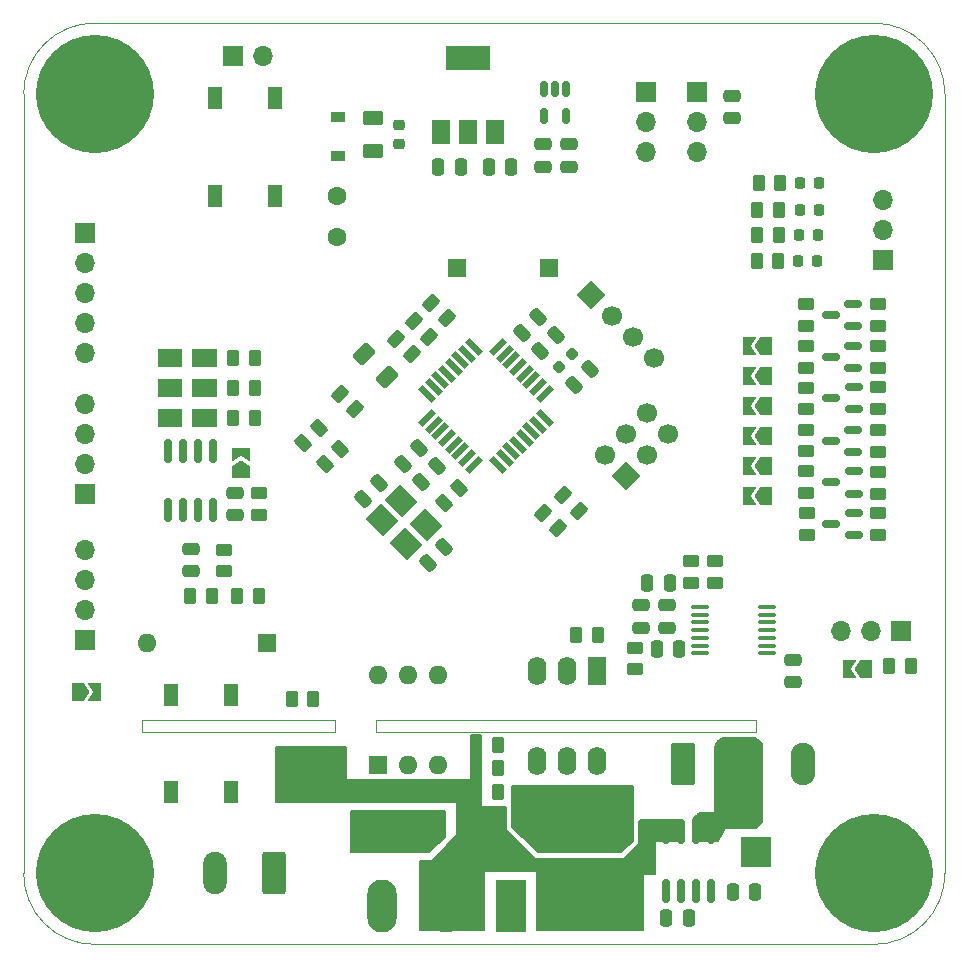
<source format=gts>
%TF.GenerationSoftware,KiCad,Pcbnew,(6.0.1)*%
%TF.CreationDate,2022-01-24T11:40:52+04:00*%
%TF.ProjectId,BEEIRON v0.0,42454549-524f-44e2-9076-302e302e6b69,rev?*%
%TF.SameCoordinates,Original*%
%TF.FileFunction,Soldermask,Top*%
%TF.FilePolarity,Negative*%
%FSLAX46Y46*%
G04 Gerber Fmt 4.6, Leading zero omitted, Abs format (unit mm)*
G04 Created by KiCad (PCBNEW (6.0.1)) date 2022-01-24 11:40:52*
%MOMM*%
%LPD*%
G01*
G04 APERTURE LIST*
G04 Aperture macros list*
%AMRoundRect*
0 Rectangle with rounded corners*
0 $1 Rounding radius*
0 $2 $3 $4 $5 $6 $7 $8 $9 X,Y pos of 4 corners*
0 Add a 4 corners polygon primitive as box body*
4,1,4,$2,$3,$4,$5,$6,$7,$8,$9,$2,$3,0*
0 Add four circle primitives for the rounded corners*
1,1,$1+$1,$2,$3*
1,1,$1+$1,$4,$5*
1,1,$1+$1,$6,$7*
1,1,$1+$1,$8,$9*
0 Add four rect primitives between the rounded corners*
20,1,$1+$1,$2,$3,$4,$5,0*
20,1,$1+$1,$4,$5,$6,$7,0*
20,1,$1+$1,$6,$7,$8,$9,0*
20,1,$1+$1,$8,$9,$2,$3,0*%
%AMHorizOval*
0 Thick line with rounded ends*
0 $1 width*
0 $2 $3 position (X,Y) of the first rounded end (center of the circle)*
0 $4 $5 position (X,Y) of the second rounded end (center of the circle)*
0 Add line between two ends*
20,1,$1,$2,$3,$4,$5,0*
0 Add two circle primitives to create the rounded ends*
1,1,$1,$2,$3*
1,1,$1,$4,$5*%
%AMRotRect*
0 Rectangle, with rotation*
0 The origin of the aperture is its center*
0 $1 length*
0 $2 width*
0 $3 Rotation angle, in degrees counterclockwise*
0 Add horizontal line*
21,1,$1,$2,0,0,$3*%
%AMFreePoly0*
4,1,6,1.000000,0.000000,0.500000,-0.750000,-0.500000,-0.750000,-0.500000,0.750000,0.500000,0.750000,1.000000,0.000000,1.000000,0.000000,$1*%
%AMFreePoly1*
4,1,6,0.500000,-0.750000,-0.650000,-0.750000,-0.150000,0.000000,-0.650000,0.750000,0.500000,0.750000,0.500000,-0.750000,0.500000,-0.750000,$1*%
G04 Aperture macros list end*
%ADD10C,0.150000*%
%TA.AperFunction,Profile*%
%ADD11C,0.100000*%
%TD*%
%ADD12RoundRect,0.250000X0.262500X0.450000X-0.262500X0.450000X-0.262500X-0.450000X0.262500X-0.450000X0*%
%ADD13RoundRect,0.250000X-0.262500X-0.450000X0.262500X-0.450000X0.262500X0.450000X-0.262500X0.450000X0*%
%ADD14R,1.500000X2.000000*%
%ADD15R,3.800000X2.000000*%
%ADD16RoundRect,0.150000X0.587500X0.150000X-0.587500X0.150000X-0.587500X-0.150000X0.587500X-0.150000X0*%
%ADD17RoundRect,0.250000X0.450000X-0.262500X0.450000X0.262500X-0.450000X0.262500X-0.450000X-0.262500X0*%
%ADD18C,1.600000*%
%ADD19RoundRect,0.250000X0.250000X0.475000X-0.250000X0.475000X-0.250000X-0.475000X0.250000X-0.475000X0*%
%ADD20C,2.000000*%
%ADD21R,1.700000X1.700000*%
%ADD22O,1.700000X1.700000*%
%ADD23RoundRect,0.250000X-0.450000X0.262500X-0.450000X-0.262500X0.450000X-0.262500X0.450000X0.262500X0*%
%ADD24R,1.500000X1.500000*%
%ADD25FreePoly0,0.000000*%
%ADD26FreePoly0,180.000000*%
%ADD27RoundRect,0.250000X-0.475000X0.250000X-0.475000X-0.250000X0.475000X-0.250000X0.475000X0.250000X0*%
%ADD28RoundRect,0.150000X-0.150000X0.512500X-0.150000X-0.512500X0.150000X-0.512500X0.150000X0.512500X0*%
%ADD29C,0.900000*%
%ADD30C,10.000000*%
%ADD31C,2.400000*%
%ADD32HorizOval,2.400000X0.000000X0.000000X0.000000X0.000000X0*%
%ADD33R,1.600000X1.600000*%
%ADD34O,1.600000X1.600000*%
%ADD35RoundRect,0.249999X-0.790001X-1.550001X0.790001X-1.550001X0.790001X1.550001X-0.790001X1.550001X0*%
%ADD36O,2.080000X3.600000*%
%ADD37R,2.500000X2.500000*%
%ADD38RoundRect,0.250000X-0.503814X-0.132583X-0.132583X-0.503814X0.503814X0.132583X0.132583X0.503814X0*%
%ADD39RotRect,1.700000X1.700000X135.000000*%
%ADD40HorizOval,1.700000X0.000000X0.000000X0.000000X0.000000X0*%
%ADD41FreePoly1,180.000000*%
%ADD42RoundRect,0.250000X-0.159099X0.512652X-0.512652X0.159099X0.159099X-0.512652X0.512652X-0.159099X0*%
%ADD43RoundRect,0.218750X0.218750X0.256250X-0.218750X0.256250X-0.218750X-0.256250X0.218750X-0.256250X0*%
%ADD44RoundRect,0.250000X0.475000X-0.250000X0.475000X0.250000X-0.475000X0.250000X-0.475000X-0.250000X0*%
%ADD45RoundRect,0.250000X-0.625000X0.375000X-0.625000X-0.375000X0.625000X-0.375000X0.625000X0.375000X0*%
%ADD46FreePoly1,0.000000*%
%ADD47RotRect,1.600000X0.550000X45.000000*%
%ADD48RotRect,1.600000X0.550000X135.000000*%
%ADD49RoundRect,0.218750X-0.256250X0.218750X-0.256250X-0.218750X0.256250X-0.218750X0.256250X0.218750X0*%
%ADD50RoundRect,0.250000X-0.250000X-0.475000X0.250000X-0.475000X0.250000X0.475000X-0.250000X0.475000X0*%
%ADD51RoundRect,0.250000X0.503814X0.132583X0.132583X0.503814X-0.503814X-0.132583X-0.132583X-0.503814X0*%
%ADD52RoundRect,0.150000X-0.150000X0.825000X-0.150000X-0.825000X0.150000X-0.825000X0.150000X0.825000X0*%
%ADD53R,1.600000X2.400000*%
%ADD54O,1.600000X2.400000*%
%ADD55RoundRect,0.250000X0.159099X-0.512652X0.512652X-0.159099X-0.159099X0.512652X-0.512652X0.159099X0*%
%ADD56R,2.500000X4.500000*%
%ADD57O,2.500000X4.500000*%
%ADD58R,1.200000X1.900000*%
%ADD59RoundRect,0.250000X0.132583X-0.503814X0.503814X-0.132583X-0.132583X0.503814X-0.503814X0.132583X0*%
%ADD60RotRect,2.100000X1.800000X315.000000*%
%ADD61RoundRect,0.218750X-0.026517X0.335876X-0.335876X0.026517X0.026517X-0.335876X0.335876X-0.026517X0*%
%ADD62RoundRect,0.250000X-0.707107X-0.176777X-0.176777X-0.707107X0.707107X0.176777X0.176777X0.707107X0*%
%ADD63RoundRect,0.250000X0.750000X1.550000X-0.750000X1.550000X-0.750000X-1.550000X0.750000X-1.550000X0*%
%ADD64O,2.000000X3.600000*%
%ADD65FreePoly0,90.000000*%
%ADD66FreePoly1,90.000000*%
%ADD67C,1.800000*%
%ADD68R,1.200000X0.900000*%
%ADD69RotRect,1.700000X1.700000X45.000000*%
%ADD70HorizOval,1.700000X0.000000X0.000000X0.000000X0.000000X0*%
%ADD71RoundRect,0.100000X-0.637500X-0.100000X0.637500X-0.100000X0.637500X0.100000X-0.637500X0.100000X0*%
G04 APERTURE END LIST*
D10*
X164951365Y-118554089D02*
X165227000Y-118745000D01*
X165227000Y-118745000D02*
X165481000Y-118999000D01*
X165481000Y-118999000D02*
X165481000Y-119380000D01*
X165481000Y-119380000D02*
X165481000Y-125603000D01*
X165481000Y-125603000D02*
X164973071Y-126111000D01*
X164973071Y-126111000D02*
X162397085Y-126109560D01*
X162397085Y-126109560D02*
X161798000Y-127254000D01*
X161798000Y-127254000D02*
X159639000Y-127254000D01*
X159639000Y-127254000D02*
X159639000Y-125603000D01*
X159639000Y-125603000D02*
X159639578Y-125513337D01*
X159639578Y-125513337D02*
X159685592Y-125509814D01*
X159685592Y-125509814D02*
X159715673Y-125422465D01*
X159715673Y-125422465D02*
X159778147Y-125300408D01*
X159778147Y-125300408D02*
X159903075Y-125136743D01*
X159903075Y-125136743D02*
X160044585Y-125018134D01*
X160044585Y-125018134D02*
X160268126Y-124895280D01*
X160268126Y-124895280D02*
X160528000Y-124841000D01*
X160528000Y-124841000D02*
X161544000Y-124841000D01*
X161544000Y-124841000D02*
X161545999Y-119451971D01*
X161545999Y-119451971D02*
X161556994Y-119327021D01*
X161556994Y-119327021D02*
X161608211Y-119136191D01*
X161608211Y-119136191D02*
X161722213Y-118908187D01*
X161722213Y-118908187D02*
X161937781Y-118705056D01*
X161937781Y-118705056D02*
X162169931Y-118568253D01*
X162169931Y-118568253D02*
X162560000Y-118491000D01*
X162560000Y-118491000D02*
X164719000Y-118491000D01*
X164719000Y-118491000D02*
X164951365Y-118554089D01*
G36*
X164951365Y-118554089D02*
G01*
X165227000Y-118745000D01*
X165481000Y-118999000D01*
X165481000Y-125603000D01*
X164973071Y-126111000D01*
X162397085Y-126109560D01*
X161798000Y-127254000D01*
X159639000Y-127254000D01*
X159639000Y-125603000D01*
X159639578Y-125513337D01*
X159685592Y-125509814D01*
X159715673Y-125422465D01*
X159778147Y-125300408D01*
X159903075Y-125136743D01*
X160044585Y-125018134D01*
X160268126Y-124895280D01*
X160528000Y-124841000D01*
X161544000Y-124841000D01*
X161545999Y-119451971D01*
X161556994Y-119327021D01*
X161608211Y-119136191D01*
X161722213Y-118908187D01*
X161937781Y-118705056D01*
X162169931Y-118568253D01*
X162560000Y-118491000D01*
X164719000Y-118491000D01*
X164951365Y-118554089D01*
G37*
X164951365Y-118554089D02*
X165227000Y-118745000D01*
X165481000Y-118999000D01*
X165481000Y-125603000D01*
X164973071Y-126111000D01*
X162397085Y-126109560D01*
X161798000Y-127254000D01*
X159639000Y-127254000D01*
X159639000Y-125603000D01*
X159639578Y-125513337D01*
X159685592Y-125509814D01*
X159715673Y-125422465D01*
X159778147Y-125300408D01*
X159903075Y-125136743D01*
X160044585Y-125018134D01*
X160268126Y-124895280D01*
X160528000Y-124841000D01*
X161544000Y-124841000D01*
X161545999Y-119451971D01*
X161556994Y-119327021D01*
X161608211Y-119136191D01*
X161722213Y-118908187D01*
X161937781Y-118705056D01*
X162169931Y-118568253D01*
X162560000Y-118491000D01*
X164719000Y-118491000D01*
X164951365Y-118554089D01*
X154609800Y-127279400D02*
X153593800Y-128193800D01*
X153593800Y-128193800D02*
X146583400Y-128193800D01*
X146583400Y-128193800D02*
X144348200Y-126085600D01*
X144348200Y-126085600D02*
X144348200Y-122631200D01*
X144348200Y-122631200D02*
X154609800Y-122631200D01*
X154609800Y-122631200D02*
X154609800Y-127279400D01*
G36*
X154609800Y-127279400D02*
G01*
X153593800Y-128193800D01*
X146583400Y-128193800D01*
X144348200Y-126085600D01*
X144348200Y-122631200D01*
X154609800Y-122631200D01*
X154609800Y-127279400D01*
G37*
X154609800Y-127279400D02*
X153593800Y-128193800D01*
X146583400Y-128193800D01*
X144348200Y-126085600D01*
X144348200Y-122631200D01*
X154609800Y-122631200D01*
X154609800Y-127279400D01*
X138684000Y-126873000D02*
X137287000Y-128143000D01*
X137287000Y-128143000D02*
X130683000Y-128143000D01*
X130683000Y-128143000D02*
X130683000Y-124714000D01*
X130683000Y-124714000D02*
X138684000Y-124714000D01*
X138684000Y-124714000D02*
X138684000Y-126873000D01*
G36*
X138684000Y-126873000D02*
G01*
X137287000Y-128143000D01*
X130683000Y-128143000D01*
X130683000Y-124714000D01*
X138684000Y-124714000D01*
X138684000Y-126873000D01*
G37*
X138684000Y-126873000D02*
X137287000Y-128143000D01*
X130683000Y-128143000D01*
X130683000Y-124714000D01*
X138684000Y-124714000D01*
X138684000Y-126873000D01*
X141722618Y-124333000D02*
X143814800Y-124333000D01*
X143814800Y-124333000D02*
X143814800Y-126314200D01*
X143814800Y-126314200D02*
X146278600Y-128778000D01*
X146278600Y-128778000D02*
X153787618Y-128778000D01*
X153787618Y-128778000D02*
X155057618Y-127518695D01*
X155057618Y-127518695D02*
X155057618Y-125613695D01*
X155057618Y-125613695D02*
X155184618Y-125486695D01*
X155184618Y-125486695D02*
X158740618Y-125486695D01*
X158740618Y-125486695D02*
X158867618Y-125613695D01*
X158867618Y-125613695D02*
X158867618Y-127264695D01*
X158867618Y-127264695D02*
X156454618Y-127264695D01*
X156454618Y-127264695D02*
X156454618Y-130058695D01*
X156454618Y-130058695D02*
X155438618Y-130058695D01*
X155438618Y-130058695D02*
X155438618Y-134757695D01*
X155438618Y-134757695D02*
X146421618Y-134757695D01*
X146421618Y-134757695D02*
X146421618Y-129804695D01*
X146421618Y-129804695D02*
X141976618Y-129804695D01*
X141976618Y-129804695D02*
X141976618Y-134757695D01*
X141976618Y-134757695D02*
X136515618Y-134757695D01*
X136515618Y-134757695D02*
X136515618Y-128915695D01*
X136515618Y-128915695D02*
X137531618Y-128915695D01*
X137531618Y-128915695D02*
X139700000Y-126746000D01*
X139700000Y-126746000D02*
X139690618Y-123962695D01*
X139690618Y-123962695D02*
X124323618Y-123962695D01*
X124323618Y-123962695D02*
X124323618Y-119263695D01*
X124323618Y-119263695D02*
X130292618Y-119263695D01*
X130292618Y-119263695D02*
X130292618Y-122057695D01*
X130292618Y-122057695D02*
X140833618Y-122057695D01*
X140833618Y-122057695D02*
X140833618Y-118247695D01*
X140833618Y-118247695D02*
X141722618Y-118247695D01*
X141722618Y-118247695D02*
X141722618Y-124333000D01*
G36*
X141722618Y-124333000D02*
G01*
X143814800Y-124333000D01*
X143814800Y-126314200D01*
X146278600Y-128778000D01*
X153787618Y-128778000D01*
X155057618Y-127518695D01*
X155057618Y-125613695D01*
X155184618Y-125486695D01*
X158740618Y-125486695D01*
X158867618Y-125613695D01*
X158867618Y-127264695D01*
X156454618Y-127264695D01*
X156454618Y-130058695D01*
X155438618Y-130058695D01*
X155438618Y-134757695D01*
X146421618Y-134757695D01*
X146421618Y-129804695D01*
X141976618Y-129804695D01*
X141976618Y-134757695D01*
X136515618Y-134757695D01*
X136515618Y-128915695D01*
X137531618Y-128915695D01*
X139700000Y-126746000D01*
X139690618Y-123962695D01*
X124323618Y-123962695D01*
X124323618Y-119263695D01*
X130292618Y-119263695D01*
X130292618Y-122057695D01*
X140833618Y-122057695D01*
X140833618Y-118247695D01*
X141722618Y-118247695D01*
X141722618Y-124333000D01*
G37*
X141722618Y-124333000D02*
X143814800Y-124333000D01*
X143814800Y-126314200D01*
X146278600Y-128778000D01*
X153787618Y-128778000D01*
X155057618Y-127518695D01*
X155057618Y-125613695D01*
X155184618Y-125486695D01*
X158740618Y-125486695D01*
X158867618Y-125613695D01*
X158867618Y-127264695D01*
X156454618Y-127264695D01*
X156454618Y-130058695D01*
X155438618Y-130058695D01*
X155438618Y-134757695D01*
X146421618Y-134757695D01*
X146421618Y-129804695D01*
X141976618Y-129804695D01*
X141976618Y-134757695D01*
X136515618Y-134757695D01*
X136515618Y-128915695D01*
X137531618Y-128915695D01*
X139700000Y-126746000D01*
X139690618Y-123962695D01*
X124323618Y-123962695D01*
X124323618Y-119263695D01*
X130292618Y-119263695D01*
X130292618Y-122057695D01*
X140833618Y-122057695D01*
X140833618Y-118247695D01*
X141722618Y-118247695D01*
X141722618Y-124333000D01*
D11*
X181000000Y-64000000D02*
G75*
G03*
X175000000Y-58000000I-5999999J1D01*
G01*
X181000000Y-130000000D02*
X181000000Y-64000000D01*
X103000000Y-64000000D02*
X103000000Y-130000000D01*
X109000000Y-58000000D02*
G75*
G03*
X103000000Y-64000000I-1J-5999999D01*
G01*
X132800000Y-117000000D02*
X165000000Y-117000000D01*
X129400000Y-117000000D02*
X113000000Y-117000000D01*
X132800000Y-117000000D02*
X132800000Y-118000000D01*
X113000000Y-117000000D02*
X113000000Y-118000000D01*
X165000000Y-118000000D02*
X132800000Y-118000000D01*
X103000000Y-130000000D02*
G75*
G03*
X109000000Y-136000000I5999999J-1D01*
G01*
X175000000Y-58000000D02*
X109000000Y-58000000D01*
X113000000Y-118000000D02*
X129400000Y-118000000D01*
X109000000Y-136000000D02*
X175000000Y-136000000D01*
X175000000Y-136000000D02*
G75*
G03*
X181000000Y-130000000I1J5999999D01*
G01*
X129400000Y-117000000D02*
X129400000Y-118000000D01*
X165000000Y-117000000D02*
X165000000Y-118000000D01*
D12*
%TO.C,R11*%
X122578500Y-88900000D03*
X120753500Y-88900000D03*
%TD*%
D13*
%TO.C,R42*%
X117087500Y-106500000D03*
X118912500Y-106500000D03*
%TD*%
D14*
%TO.C,U4*%
X138300000Y-67250000D03*
X140600000Y-67250000D03*
D15*
X140600000Y-60950000D03*
D14*
X142900000Y-67250000D03*
%TD*%
D16*
%TO.C,Q4*%
X173263282Y-97847436D03*
X173263282Y-95947436D03*
X171388282Y-96897436D03*
%TD*%
D17*
%TO.C,R23*%
X169290207Y-101327000D03*
X169290207Y-99502000D03*
%TD*%
D18*
%TO.C,C7*%
X129540000Y-72644000D03*
X129540000Y-76144000D03*
%TD*%
D19*
%TO.C,C4*%
X140000000Y-70150000D03*
X138100000Y-70150000D03*
%TD*%
D20*
%TO.C,C20*%
X137000000Y-127000000D03*
X147000000Y-127000000D03*
%TD*%
D16*
%TO.C,Q5*%
X173226500Y-87218418D03*
X173226500Y-85318418D03*
X171351500Y-86268418D03*
%TD*%
D21*
%TO.C,J4*%
X175731000Y-78046000D03*
D22*
X175731000Y-75506000D03*
X175731000Y-72966000D03*
%TD*%
D13*
%TO.C,R37*%
X165070107Y-78146000D03*
X166895107Y-78146000D03*
%TD*%
D23*
%TO.C,R41*%
X120000000Y-102575000D03*
X120000000Y-104400000D03*
%TD*%
D13*
%TO.C,R40*%
X121087500Y-106500000D03*
X122912500Y-106500000D03*
%TD*%
D24*
%TO.C,JP2*%
X115640000Y-91440000D03*
X118040000Y-91440000D03*
D25*
X114840000Y-91440000D03*
D26*
X118840000Y-91440000D03*
%TD*%
D27*
%TO.C,C1*%
X149200000Y-68250000D03*
X149200000Y-70150000D03*
%TD*%
D28*
%TO.C,U3*%
X148950000Y-63612500D03*
X148000000Y-63612500D03*
X147050000Y-63612500D03*
X147050000Y-65887500D03*
X148950000Y-65887500D03*
%TD*%
D21*
%TO.C,J5*%
X177292000Y-109474000D03*
D22*
X174752000Y-109474000D03*
X172212000Y-109474000D03*
%TD*%
D12*
%TO.C,R34*%
X151600000Y-109800000D03*
X149775000Y-109800000D03*
%TD*%
D21*
%TO.C,J11*%
X160000000Y-63875000D03*
D22*
X160000000Y-66415000D03*
X160000000Y-68955000D03*
%TD*%
D23*
%TO.C,R18*%
X175363111Y-92456000D03*
X175363111Y-94281000D03*
%TD*%
D21*
%TO.C,J1*%
X120725000Y-60750000D03*
D22*
X123265000Y-60750000D03*
%TD*%
D24*
%TO.C,SW1*%
X139700000Y-78770227D03*
X147500000Y-78770227D03*
%TD*%
D29*
%TO.C,H2*%
X177651650Y-66651650D03*
X175000000Y-60250000D03*
X172348350Y-61348350D03*
X178750000Y-64000000D03*
X171250000Y-64000000D03*
X172348350Y-66651650D03*
D30*
X175000000Y-64000000D03*
D29*
X177651650Y-61348350D03*
X175000000Y-67750000D03*
%TD*%
D23*
%TO.C,R24*%
X175358406Y-96007610D03*
X175358406Y-97832610D03*
%TD*%
D27*
%TO.C,C17*%
X155300000Y-107300000D03*
X155300000Y-109200000D03*
%TD*%
D12*
%TO.C,R12*%
X122572392Y-91418086D03*
X120747392Y-91418086D03*
%TD*%
D27*
%TO.C,C16*%
X168148000Y-111892000D03*
X168148000Y-113792000D03*
%TD*%
D31*
%TO.C,R32*%
X127518056Y-121518056D03*
D32*
X132906210Y-126906210D03*
%TD*%
D27*
%TO.C,C2*%
X147000000Y-68250000D03*
X147000000Y-70150000D03*
%TD*%
D21*
%TO.C,J10*%
X155652393Y-63874870D03*
D22*
X155652393Y-66414870D03*
X155652393Y-68954870D03*
%TD*%
D33*
%TO.C,U9*%
X132975000Y-120800000D03*
D34*
X135515000Y-120800000D03*
X138055000Y-120800000D03*
X138055000Y-113180000D03*
X135515000Y-113180000D03*
X132975000Y-113180000D03*
%TD*%
D13*
%TO.C,R36*%
X165118500Y-75946000D03*
X166943500Y-75946000D03*
%TD*%
%TO.C,R30*%
X141337500Y-121100000D03*
X143162500Y-121100000D03*
%TD*%
D12*
%TO.C,R17*%
X178129500Y-112474000D03*
X176304500Y-112474000D03*
%TD*%
D17*
%TO.C,R19*%
X169267112Y-94256170D03*
X169267112Y-92431170D03*
%TD*%
D35*
%TO.C,J8*%
X158840000Y-120700000D03*
D36*
X163920000Y-120700000D03*
X169000000Y-120700000D03*
%TD*%
D37*
%TO.C,TP1*%
X165000000Y-128200000D03*
%TD*%
D16*
%TO.C,Q2*%
X173226500Y-83662418D03*
X173226500Y-81762418D03*
X171351500Y-82712418D03*
%TD*%
D19*
%TO.C,C15*%
X158500000Y-111000000D03*
X156600000Y-111000000D03*
%TD*%
D38*
%TO.C,R3*%
X136054765Y-83254765D03*
X137345235Y-84545235D03*
%TD*%
D39*
%TO.C,J7*%
X153979773Y-96362329D03*
D40*
X152183722Y-94566278D03*
X155775824Y-94566278D03*
X153979773Y-92770227D03*
X157571875Y-92770227D03*
X155775824Y-90974175D03*
%TD*%
D26*
%TO.C,JP5*%
X165825000Y-98044000D03*
D41*
X164375000Y-98044000D03*
%TD*%
D42*
%TO.C,C13*%
X138600000Y-102400000D03*
X137256498Y-103743502D03*
%TD*%
D27*
%TO.C,C8*%
X162950000Y-64177195D03*
X162950000Y-66077195D03*
%TD*%
D17*
%TO.C,R21*%
X169252920Y-83614503D03*
X169252920Y-81789503D03*
%TD*%
D19*
%TO.C,C19*%
X157700000Y-105400000D03*
X155800000Y-105400000D03*
%TD*%
D13*
%TO.C,R39*%
X165131000Y-73796000D03*
X166956000Y-73796000D03*
%TD*%
D17*
%TO.C,R29*%
X169278122Y-90686336D03*
X169278122Y-88861336D03*
%TD*%
D43*
%TO.C,DON1*%
X170331000Y-73796000D03*
X168756000Y-73796000D03*
%TD*%
D44*
%TO.C,C18*%
X157500000Y-109200000D03*
X157500000Y-107300000D03*
%TD*%
D45*
%TO.C,F1*%
X132600000Y-66000000D03*
X132600000Y-68800000D03*
%TD*%
D13*
%TO.C,R38*%
X165218500Y-71546000D03*
X167043500Y-71546000D03*
%TD*%
D23*
%TO.C,R26*%
X175322809Y-85343999D03*
X175322809Y-87168999D03*
%TD*%
D38*
%TO.C,R2*%
X129764295Y-89364295D03*
X131054765Y-90654765D03*
%TD*%
D25*
%TO.C,JP12*%
X107600000Y-114600000D03*
D46*
X109050000Y-114600000D03*
%TD*%
D29*
%TO.C,H1*%
X106348350Y-61348350D03*
X112750000Y-64000000D03*
X106348350Y-66651650D03*
X109000000Y-67750000D03*
X111651650Y-66651650D03*
D30*
X109000000Y-64000000D03*
D29*
X105250000Y-64000000D03*
X111651650Y-61348350D03*
X109000000Y-60250000D03*
%TD*%
D47*
%TO.C,U5*%
X137151346Y-91441800D03*
X137717032Y-92007485D03*
X138282717Y-92573171D03*
X138848402Y-93138856D03*
X139414088Y-93704542D03*
X139979773Y-94270227D03*
X140545459Y-94835912D03*
X141111144Y-95401598D03*
D48*
X143161754Y-95401598D03*
X143727439Y-94835912D03*
X144293125Y-94270227D03*
X144858810Y-93704542D03*
X145424496Y-93138856D03*
X145990181Y-92573171D03*
X146555866Y-92007485D03*
X147121552Y-91441800D03*
D47*
X147121552Y-89391190D03*
X146555866Y-88825505D03*
X145990181Y-88259819D03*
X145424496Y-87694134D03*
X144858810Y-87128448D03*
X144293125Y-86562763D03*
X143727439Y-85997078D03*
X143161754Y-85431392D03*
D48*
X141111144Y-85431392D03*
X140545459Y-85997078D03*
X139979773Y-86562763D03*
X139414088Y-87128448D03*
X138848402Y-87694134D03*
X138282717Y-88259819D03*
X137717032Y-88825505D03*
X137151346Y-89391190D03*
%TD*%
D16*
%TO.C,Q6*%
X173260349Y-90705366D03*
X173260349Y-88805366D03*
X171385349Y-89755366D03*
%TD*%
D49*
%TO.C,FB1*%
X134800000Y-66625000D03*
X134800000Y-68200000D03*
%TD*%
D50*
%TO.C,C3*%
X142400000Y-70150000D03*
X144300000Y-70150000D03*
%TD*%
D51*
%TO.C,R5*%
X148229773Y-100770227D03*
X146939303Y-99479757D03*
%TD*%
D52*
%TO.C,U6*%
X119073000Y-94249000D03*
X117803000Y-94249000D03*
X116533000Y-94249000D03*
X115263000Y-94249000D03*
X115263000Y-99199000D03*
X116533000Y-99199000D03*
X117803000Y-99199000D03*
X119073000Y-99199000D03*
%TD*%
D19*
%TO.C,C23*%
X159300000Y-133800000D03*
X157400000Y-133800000D03*
%TD*%
D26*
%TO.C,JP6*%
X165825000Y-95504000D03*
D41*
X164375000Y-95504000D03*
%TD*%
D50*
%TO.C,C21*%
X163050000Y-131600000D03*
X164950000Y-131600000D03*
%TD*%
D42*
%TO.C,C10*%
X136500000Y-94000000D03*
X135156498Y-95343502D03*
%TD*%
D26*
%TO.C,JP11*%
X174352000Y-112674000D03*
D41*
X172902000Y-112674000D03*
%TD*%
D53*
%TO.C,U8*%
X151525000Y-112880000D03*
D54*
X148985000Y-112880000D03*
X146445000Y-112880000D03*
X146445000Y-120500000D03*
X148985000Y-120500000D03*
X151525000Y-120500000D03*
%TD*%
D23*
%TO.C,R16*%
X161500000Y-103575000D03*
X161500000Y-105400000D03*
%TD*%
D55*
%TO.C,C5*%
X146708022Y-85741978D03*
X148051524Y-84398476D03*
%TD*%
D56*
%TO.C,Q7*%
X144250000Y-132750000D03*
D57*
X138800000Y-132750000D03*
X133350000Y-132750000D03*
%TD*%
D26*
%TO.C,JP10*%
X165823758Y-85344001D03*
D41*
X164373758Y-85344001D03*
%TD*%
D21*
%TO.C,J2*%
X108200000Y-110220000D03*
D22*
X108200000Y-107680000D03*
X108200000Y-105140000D03*
X108200000Y-102600000D03*
%TD*%
D43*
%TO.C,DL1*%
X170331000Y-71546000D03*
X168756000Y-71546000D03*
%TD*%
D38*
%TO.C,R4*%
X137514295Y-81714295D03*
X138804765Y-83004765D03*
%TD*%
D58*
%TO.C,BR1*%
X119200410Y-72625580D03*
X124300410Y-72625580D03*
X119200410Y-64375580D03*
X124300410Y-64375580D03*
%TD*%
D59*
%TO.C,R1*%
X126689303Y-93560697D03*
X127979773Y-92270227D03*
%TD*%
D60*
%TO.C,Y1*%
X133361522Y-100087868D03*
X135412132Y-102138478D03*
X137038478Y-100512132D03*
X134987868Y-98461522D03*
%TD*%
D29*
%TO.C,H3*%
X175000000Y-126250000D03*
D30*
X175000000Y-130000000D03*
D29*
X172348350Y-132651650D03*
X175000000Y-133750000D03*
X171250000Y-130000000D03*
X172348350Y-127348350D03*
X178750000Y-130000000D03*
X177651650Y-132651650D03*
X177651650Y-127348350D03*
%TD*%
D17*
%TO.C,R25*%
X169273042Y-97790000D03*
X169273042Y-95965000D03*
%TD*%
D61*
%TO.C,L1*%
X149400000Y-86000000D03*
X148286306Y-87113694D03*
%TD*%
D23*
%TO.C,R13*%
X122936000Y-97790000D03*
X122936000Y-99615000D03*
%TD*%
D43*
%TO.C,RXD1*%
X170231000Y-75946000D03*
X168656000Y-75946000D03*
%TD*%
D26*
%TO.C,JP8*%
X165825000Y-90424000D03*
D41*
X164375000Y-90424000D03*
%TD*%
D62*
%TO.C,D2*%
X131804765Y-86004765D03*
X133784663Y-87984663D03*
%TD*%
D21*
%TO.C,J6*%
X108200000Y-97880000D03*
D22*
X108200000Y-95340000D03*
X108200000Y-92800000D03*
X108200000Y-90260000D03*
%TD*%
D23*
%TO.C,R20*%
X175337000Y-81799918D03*
X175337000Y-83624918D03*
%TD*%
D12*
%TO.C,R10*%
X122578500Y-86360000D03*
X120753500Y-86360000D03*
%TD*%
D52*
%TO.C,U10*%
X161155000Y-126525000D03*
X159885000Y-126525000D03*
X158615000Y-126525000D03*
X157345000Y-126525000D03*
X157345000Y-131475000D03*
X158615000Y-131475000D03*
X159885000Y-131475000D03*
X161155000Y-131475000D03*
%TD*%
D42*
%TO.C,C11*%
X138000000Y-95500000D03*
X136656498Y-96843502D03*
%TD*%
D63*
%TO.C,J12*%
X124200000Y-130000000D03*
D64*
X119200000Y-130000000D03*
%TD*%
D23*
%TO.C,R15*%
X159500000Y-103575000D03*
X159500000Y-105400000D03*
%TD*%
D13*
%TO.C,R31*%
X141337500Y-119100000D03*
X143162500Y-119100000D03*
%TD*%
D55*
%TO.C,C9*%
X145229773Y-84270227D03*
X146573275Y-82926725D03*
%TD*%
D38*
%TO.C,R8*%
X134554765Y-84754765D03*
X135845235Y-86045235D03*
%TD*%
D65*
%TO.C,JP1*%
X121412000Y-95975000D03*
D66*
X121412000Y-94525000D03*
%TD*%
D16*
%TO.C,Q1*%
X173252611Y-94318500D03*
X173252611Y-92418500D03*
X171377611Y-93368500D03*
%TD*%
D13*
%TO.C,R35*%
X125687500Y-115200000D03*
X127512500Y-115200000D03*
%TD*%
D24*
%TO.C,JP3*%
X115640000Y-88900000D03*
X118040000Y-88900000D03*
D25*
X114840000Y-88900000D03*
D26*
X118840000Y-88900000D03*
%TD*%
D59*
%TO.C,R9*%
X138604765Y-98645235D03*
X139895235Y-97354765D03*
%TD*%
D33*
%TO.C,D3*%
X123580000Y-110500000D03*
D34*
X113420000Y-110500000D03*
%TD*%
D13*
%TO.C,R33*%
X141337500Y-123100000D03*
X143162500Y-123100000D03*
%TD*%
D44*
%TO.C,C14*%
X120904000Y-99690000D03*
X120904000Y-97790000D03*
%TD*%
D58*
%TO.C,BR2*%
X120549590Y-114874420D03*
X115449590Y-114874420D03*
X120549590Y-123124420D03*
X115449590Y-123124420D03*
%TD*%
D43*
%TO.C,TXD1*%
X170145107Y-78146000D03*
X168570107Y-78146000D03*
%TD*%
D23*
%TO.C,R28*%
X175332967Y-88831901D03*
X175332967Y-90656901D03*
%TD*%
D24*
%TO.C,JP4*%
X115640000Y-86360000D03*
X118040000Y-86360000D03*
D25*
X114840000Y-86360000D03*
D26*
X118840000Y-86360000D03*
%TD*%
D21*
%TO.C,J9*%
X108200000Y-75800000D03*
D22*
X108200000Y-78340000D03*
X108200000Y-80880000D03*
X108200000Y-83420000D03*
X108200000Y-85960000D03*
%TD*%
D26*
%TO.C,JP9*%
X165825000Y-87884000D03*
D41*
X164375000Y-87884000D03*
%TD*%
D29*
%TO.C,H4*%
X112750000Y-130000000D03*
X106348350Y-127348350D03*
X109000000Y-126250000D03*
X109000000Y-133750000D03*
X106348350Y-132651650D03*
X111651650Y-127348350D03*
D30*
X109000000Y-130000000D03*
D29*
X111651650Y-132651650D03*
X105250000Y-130000000D03*
%TD*%
D16*
%TO.C,Q3*%
X173264955Y-101368238D03*
X173264955Y-99468238D03*
X171389955Y-100418238D03*
%TD*%
D67*
%TO.C,RV1*%
X150350000Y-133500000D03*
X152650000Y-126000000D03*
%TD*%
D26*
%TO.C,JP7*%
X165825000Y-92964000D03*
D41*
X164375000Y-92964000D03*
%TD*%
D68*
%TO.C,D1*%
X129600000Y-65950000D03*
X129600000Y-69250000D03*
%TD*%
D27*
%TO.C,C22*%
X117200000Y-102500000D03*
X117200000Y-104400000D03*
%TD*%
D17*
%TO.C,R27*%
X169276932Y-87185583D03*
X169276932Y-85360583D03*
%TD*%
D23*
%TO.C,R22*%
X175369042Y-99479203D03*
X175369042Y-101304203D03*
%TD*%
D55*
%TO.C,C12*%
X131728249Y-98271751D03*
X133071751Y-96928249D03*
%TD*%
D59*
%TO.C,R7*%
X128489303Y-95360697D03*
X129779773Y-94070227D03*
%TD*%
D51*
%TO.C,R6*%
X149979773Y-99270227D03*
X148689303Y-97979757D03*
%TD*%
D69*
%TO.C,J3*%
X151007898Y-81007898D03*
D70*
X152803949Y-82803949D03*
X154600000Y-84600000D03*
X156396052Y-86396052D03*
%TD*%
D17*
%TO.C,R14*%
X154800000Y-112712500D03*
X154800000Y-110887500D03*
%TD*%
D71*
%TO.C,U7*%
X160237500Y-107450000D03*
X160237500Y-108100000D03*
X160237500Y-108750000D03*
X160237500Y-109400000D03*
X160237500Y-110050000D03*
X160237500Y-110700000D03*
X160237500Y-111350000D03*
X165962500Y-111350000D03*
X165962500Y-110700000D03*
X165962500Y-110050000D03*
X165962500Y-109400000D03*
X165962500Y-108750000D03*
X165962500Y-108100000D03*
X165962500Y-107450000D03*
%TD*%
D55*
%TO.C,C6*%
X149579773Y-88670227D03*
X150923275Y-87326725D03*
%TD*%
M02*

</source>
